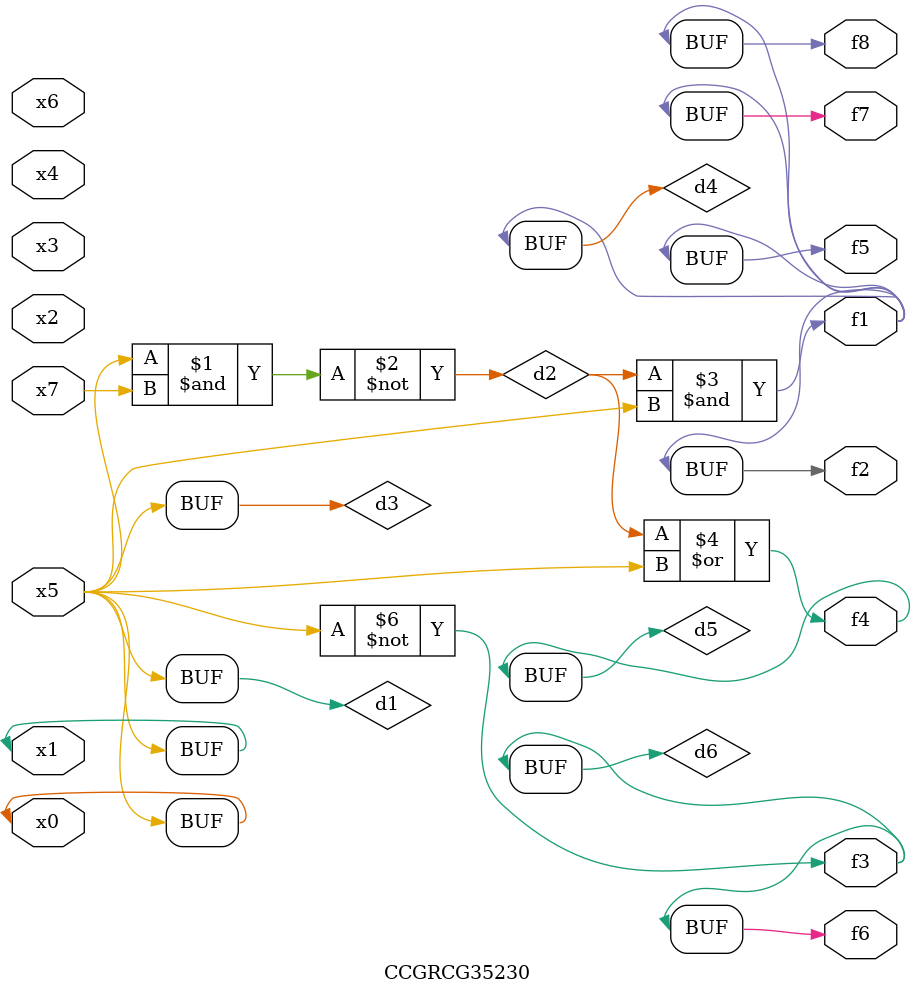
<source format=v>
module CCGRCG35230(
	input x0, x1, x2, x3, x4, x5, x6, x7,
	output f1, f2, f3, f4, f5, f6, f7, f8
);

	wire d1, d2, d3, d4, d5, d6;

	buf (d1, x0, x5);
	nand (d2, x5, x7);
	buf (d3, x0, x1);
	and (d4, d2, d3);
	or (d5, d2, d3);
	nor (d6, d1, d3);
	assign f1 = d4;
	assign f2 = d4;
	assign f3 = d6;
	assign f4 = d5;
	assign f5 = d4;
	assign f6 = d6;
	assign f7 = d4;
	assign f8 = d4;
endmodule

</source>
